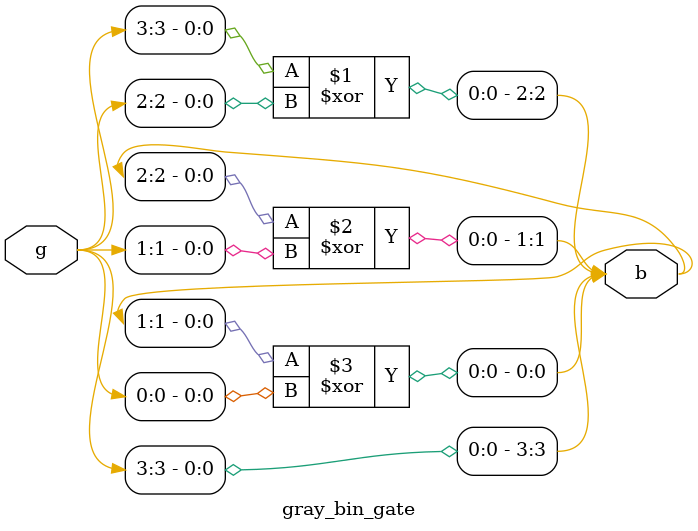
<source format=v>
`timescale 1ns / 1ps


module gray_bin_gate(
input [3:0] g,
output [3:0] b
    );
buf b1(b[3],g[3]);
xor x1(b[2], g[3], g[2]);
xor x2(b[1], b[2], g[1]);
xor x3(b[0], b[1], g[0]);
endmodule

</source>
